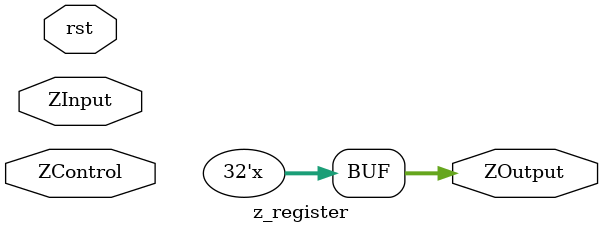
<source format=v>
module z_register (
    input [1:0] ZControl,
    input [31:0] ZInput,
    input rst,
    output reg [31:0] ZOutput
);
    reg [31:0] ZInternal;

    initial begin
        ZInternal = 0;
        ZOutput = 0;
    end

    always @(*) begin
        if (rst) begin
            ZInternal = 0;
            ZOutput = 0;
        end
    end

    always @(*) begin
        case (ZControl)
            2'b01: begin
                ZOutput = ZInternal;
            end
            2'b10: begin
                ZInternal = ZInput;
            end
            default: begin
                //Do nothing
            end
        endcase
    end
endmodule
</source>
